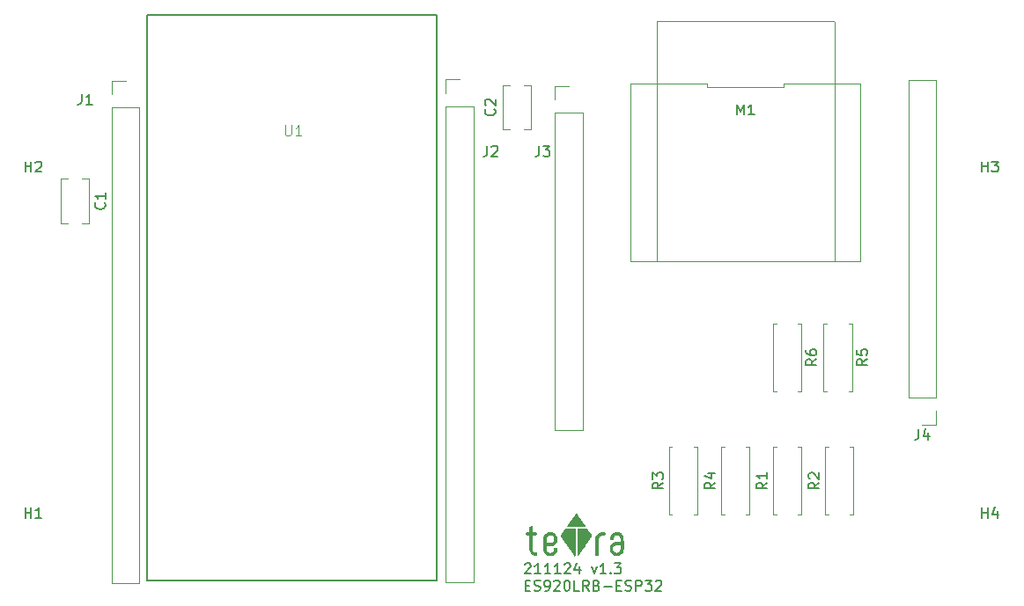
<source format=gto>
G04 #@! TF.GenerationSoftware,KiCad,Pcbnew,5.1.9-73d0e3b20d~88~ubuntu20.04.1*
G04 #@! TF.CreationDate,2021-11-24T20:30:52+09:00*
G04 #@! TF.ProjectId,ES920LRB-ESP32,45533932-304c-4524-922d-45535033322e,v1.4*
G04 #@! TF.SameCoordinates,Original*
G04 #@! TF.FileFunction,Legend,Top*
G04 #@! TF.FilePolarity,Positive*
%FSLAX46Y46*%
G04 Gerber Fmt 4.6, Leading zero omitted, Abs format (unit mm)*
G04 Created by KiCad (PCBNEW 5.1.9-73d0e3b20d~88~ubuntu20.04.1) date 2021-11-24 20:30:52*
%MOMM*%
%LPD*%
G01*
G04 APERTURE LIST*
%ADD10C,0.150000*%
%ADD11C,0.127000*%
%ADD12C,0.120000*%
%ADD13C,0.010000*%
%ADD14C,0.015000*%
G04 APERTURE END LIST*
D10*
X148287976Y-139722619D02*
X148335595Y-139675000D01*
X148430833Y-139627380D01*
X148668928Y-139627380D01*
X148764166Y-139675000D01*
X148811785Y-139722619D01*
X148859404Y-139817857D01*
X148859404Y-139913095D01*
X148811785Y-140055952D01*
X148240357Y-140627380D01*
X148859404Y-140627380D01*
X149811785Y-140627380D02*
X149240357Y-140627380D01*
X149526071Y-140627380D02*
X149526071Y-139627380D01*
X149430833Y-139770238D01*
X149335595Y-139865476D01*
X149240357Y-139913095D01*
X150764166Y-140627380D02*
X150192738Y-140627380D01*
X150478452Y-140627380D02*
X150478452Y-139627380D01*
X150383214Y-139770238D01*
X150287976Y-139865476D01*
X150192738Y-139913095D01*
X151716547Y-140627380D02*
X151145119Y-140627380D01*
X151430833Y-140627380D02*
X151430833Y-139627380D01*
X151335595Y-139770238D01*
X151240357Y-139865476D01*
X151145119Y-139913095D01*
X152097500Y-139722619D02*
X152145119Y-139675000D01*
X152240357Y-139627380D01*
X152478452Y-139627380D01*
X152573690Y-139675000D01*
X152621309Y-139722619D01*
X152668928Y-139817857D01*
X152668928Y-139913095D01*
X152621309Y-140055952D01*
X152049880Y-140627380D01*
X152668928Y-140627380D01*
X153526071Y-139960714D02*
X153526071Y-140627380D01*
X153287976Y-139579761D02*
X153049880Y-140294047D01*
X153668928Y-140294047D01*
X154716547Y-139960714D02*
X154954642Y-140627380D01*
X155192738Y-139960714D01*
X156097500Y-140627380D02*
X155526071Y-140627380D01*
X155811785Y-140627380D02*
X155811785Y-139627380D01*
X155716547Y-139770238D01*
X155621309Y-139865476D01*
X155526071Y-139913095D01*
X156526071Y-140532142D02*
X156573690Y-140579761D01*
X156526071Y-140627380D01*
X156478452Y-140579761D01*
X156526071Y-140532142D01*
X156526071Y-140627380D01*
X156907023Y-139627380D02*
X157526071Y-139627380D01*
X157192738Y-140008333D01*
X157335595Y-140008333D01*
X157430833Y-140055952D01*
X157478452Y-140103571D01*
X157526071Y-140198809D01*
X157526071Y-140436904D01*
X157478452Y-140532142D01*
X157430833Y-140579761D01*
X157335595Y-140627380D01*
X157049880Y-140627380D01*
X156954642Y-140579761D01*
X156907023Y-140532142D01*
X148335595Y-141753571D02*
X148668928Y-141753571D01*
X148811785Y-142277380D02*
X148335595Y-142277380D01*
X148335595Y-141277380D01*
X148811785Y-141277380D01*
X149192738Y-142229761D02*
X149335595Y-142277380D01*
X149573690Y-142277380D01*
X149668928Y-142229761D01*
X149716547Y-142182142D01*
X149764166Y-142086904D01*
X149764166Y-141991666D01*
X149716547Y-141896428D01*
X149668928Y-141848809D01*
X149573690Y-141801190D01*
X149383214Y-141753571D01*
X149287976Y-141705952D01*
X149240357Y-141658333D01*
X149192738Y-141563095D01*
X149192738Y-141467857D01*
X149240357Y-141372619D01*
X149287976Y-141325000D01*
X149383214Y-141277380D01*
X149621309Y-141277380D01*
X149764166Y-141325000D01*
X150240357Y-142277380D02*
X150430833Y-142277380D01*
X150526071Y-142229761D01*
X150573690Y-142182142D01*
X150668928Y-142039285D01*
X150716547Y-141848809D01*
X150716547Y-141467857D01*
X150668928Y-141372619D01*
X150621309Y-141325000D01*
X150526071Y-141277380D01*
X150335595Y-141277380D01*
X150240357Y-141325000D01*
X150192738Y-141372619D01*
X150145119Y-141467857D01*
X150145119Y-141705952D01*
X150192738Y-141801190D01*
X150240357Y-141848809D01*
X150335595Y-141896428D01*
X150526071Y-141896428D01*
X150621309Y-141848809D01*
X150668928Y-141801190D01*
X150716547Y-141705952D01*
X151097500Y-141372619D02*
X151145119Y-141325000D01*
X151240357Y-141277380D01*
X151478452Y-141277380D01*
X151573690Y-141325000D01*
X151621309Y-141372619D01*
X151668928Y-141467857D01*
X151668928Y-141563095D01*
X151621309Y-141705952D01*
X151049880Y-142277380D01*
X151668928Y-142277380D01*
X152287976Y-141277380D02*
X152383214Y-141277380D01*
X152478452Y-141325000D01*
X152526071Y-141372619D01*
X152573690Y-141467857D01*
X152621309Y-141658333D01*
X152621309Y-141896428D01*
X152573690Y-142086904D01*
X152526071Y-142182142D01*
X152478452Y-142229761D01*
X152383214Y-142277380D01*
X152287976Y-142277380D01*
X152192738Y-142229761D01*
X152145119Y-142182142D01*
X152097500Y-142086904D01*
X152049880Y-141896428D01*
X152049880Y-141658333D01*
X152097500Y-141467857D01*
X152145119Y-141372619D01*
X152192738Y-141325000D01*
X152287976Y-141277380D01*
X153526071Y-142277380D02*
X153049880Y-142277380D01*
X153049880Y-141277380D01*
X154430833Y-142277380D02*
X154097500Y-141801190D01*
X153859404Y-142277380D02*
X153859404Y-141277380D01*
X154240357Y-141277380D01*
X154335595Y-141325000D01*
X154383214Y-141372619D01*
X154430833Y-141467857D01*
X154430833Y-141610714D01*
X154383214Y-141705952D01*
X154335595Y-141753571D01*
X154240357Y-141801190D01*
X153859404Y-141801190D01*
X155192738Y-141753571D02*
X155335595Y-141801190D01*
X155383214Y-141848809D01*
X155430833Y-141944047D01*
X155430833Y-142086904D01*
X155383214Y-142182142D01*
X155335595Y-142229761D01*
X155240357Y-142277380D01*
X154859404Y-142277380D01*
X154859404Y-141277380D01*
X155192738Y-141277380D01*
X155287976Y-141325000D01*
X155335595Y-141372619D01*
X155383214Y-141467857D01*
X155383214Y-141563095D01*
X155335595Y-141658333D01*
X155287976Y-141705952D01*
X155192738Y-141753571D01*
X154859404Y-141753571D01*
X155859404Y-141896428D02*
X156621309Y-141896428D01*
X157097500Y-141753571D02*
X157430833Y-141753571D01*
X157573690Y-142277380D02*
X157097500Y-142277380D01*
X157097500Y-141277380D01*
X157573690Y-141277380D01*
X157954642Y-142229761D02*
X158097500Y-142277380D01*
X158335595Y-142277380D01*
X158430833Y-142229761D01*
X158478452Y-142182142D01*
X158526071Y-142086904D01*
X158526071Y-141991666D01*
X158478452Y-141896428D01*
X158430833Y-141848809D01*
X158335595Y-141801190D01*
X158145119Y-141753571D01*
X158049880Y-141705952D01*
X158002261Y-141658333D01*
X157954642Y-141563095D01*
X157954642Y-141467857D01*
X158002261Y-141372619D01*
X158049880Y-141325000D01*
X158145119Y-141277380D01*
X158383214Y-141277380D01*
X158526071Y-141325000D01*
X158954642Y-142277380D02*
X158954642Y-141277380D01*
X159335595Y-141277380D01*
X159430833Y-141325000D01*
X159478452Y-141372619D01*
X159526071Y-141467857D01*
X159526071Y-141610714D01*
X159478452Y-141705952D01*
X159430833Y-141753571D01*
X159335595Y-141801190D01*
X158954642Y-141801190D01*
X159859404Y-141277380D02*
X160478452Y-141277380D01*
X160145119Y-141658333D01*
X160287976Y-141658333D01*
X160383214Y-141705952D01*
X160430833Y-141753571D01*
X160478452Y-141848809D01*
X160478452Y-142086904D01*
X160430833Y-142182142D01*
X160383214Y-142229761D01*
X160287976Y-142277380D01*
X160002261Y-142277380D01*
X159907023Y-142229761D01*
X159859404Y-142182142D01*
X160859404Y-141372619D02*
X160907023Y-141325000D01*
X161002261Y-141277380D01*
X161240357Y-141277380D01*
X161335595Y-141325000D01*
X161383214Y-141372619D01*
X161430833Y-141467857D01*
X161430833Y-141563095D01*
X161383214Y-141705952D01*
X160811785Y-142277380D01*
X161430833Y-142277380D01*
D11*
G04 #@! TO.C,U1*
X111955000Y-141250000D02*
X111955000Y-86850000D01*
X111955000Y-86850000D02*
X139855000Y-86850000D01*
X139855000Y-86850000D02*
X139855000Y-141250000D01*
X139855000Y-141250000D02*
X111955000Y-141250000D01*
D12*
G04 #@! TO.C,M1*
X161000000Y-110550000D02*
X178000000Y-110550000D01*
X160950000Y-87500000D02*
X160950000Y-110500000D01*
X178000000Y-87450000D02*
X161000000Y-87450000D01*
X178050000Y-110500000D02*
X178050000Y-87500000D01*
X165816667Y-93430000D02*
X158450000Y-93430000D01*
X165816667Y-93790000D02*
X165816667Y-93430000D01*
X173183333Y-93790000D02*
X165816667Y-93790000D01*
X173183333Y-93430000D02*
X173183333Y-93790000D01*
X180550000Y-93430000D02*
X173183333Y-93430000D01*
X180550000Y-110570000D02*
X180550000Y-93430000D01*
X158450000Y-110570000D02*
X180550000Y-110570000D01*
X158450000Y-93430000D02*
X158450000Y-110570000D01*
G04 #@! TO.C,R6*
X174540000Y-116540000D02*
X174870000Y-116540000D01*
X174870000Y-116540000D02*
X174870000Y-123080000D01*
X174870000Y-123080000D02*
X174540000Y-123080000D01*
X172460000Y-116540000D02*
X172130000Y-116540000D01*
X172130000Y-116540000D02*
X172130000Y-123080000D01*
X172130000Y-123080000D02*
X172460000Y-123080000D01*
G04 #@! TO.C,R5*
X179420000Y-116540000D02*
X179750000Y-116540000D01*
X179750000Y-116540000D02*
X179750000Y-123080000D01*
X179750000Y-123080000D02*
X179420000Y-123080000D01*
X177340000Y-116540000D02*
X177010000Y-116540000D01*
X177010000Y-116540000D02*
X177010000Y-123080000D01*
X177010000Y-123080000D02*
X177340000Y-123080000D01*
G04 #@! TO.C,R4*
X167460000Y-134960000D02*
X167130000Y-134960000D01*
X167130000Y-134960000D02*
X167130000Y-128420000D01*
X167130000Y-128420000D02*
X167460000Y-128420000D01*
X169540000Y-134960000D02*
X169870000Y-134960000D01*
X169870000Y-134960000D02*
X169870000Y-128420000D01*
X169870000Y-128420000D02*
X169540000Y-128420000D01*
G04 #@! TO.C,R3*
X162460000Y-134960000D02*
X162130000Y-134960000D01*
X162130000Y-134960000D02*
X162130000Y-128420000D01*
X162130000Y-128420000D02*
X162460000Y-128420000D01*
X164540000Y-134960000D02*
X164870000Y-134960000D01*
X164870000Y-134960000D02*
X164870000Y-128420000D01*
X164870000Y-128420000D02*
X164540000Y-128420000D01*
G04 #@! TO.C,R2*
X177460000Y-134960000D02*
X177130000Y-134960000D01*
X177130000Y-134960000D02*
X177130000Y-128420000D01*
X177130000Y-128420000D02*
X177460000Y-128420000D01*
X179540000Y-134960000D02*
X179870000Y-134960000D01*
X179870000Y-134960000D02*
X179870000Y-128420000D01*
X179870000Y-128420000D02*
X179540000Y-128420000D01*
G04 #@! TO.C,R1*
X172460000Y-134960000D02*
X172130000Y-134960000D01*
X172130000Y-134960000D02*
X172130000Y-128420000D01*
X172130000Y-128420000D02*
X172460000Y-128420000D01*
X174540000Y-134960000D02*
X174870000Y-134960000D01*
X174870000Y-134960000D02*
X174870000Y-128420000D01*
X174870000Y-128420000D02*
X174540000Y-128420000D01*
D13*
G04 #@! TO.C,L1*
G36*
X153047305Y-136300789D02*
G01*
X153067733Y-136324544D01*
X153067733Y-137602539D01*
X153067691Y-137748223D01*
X153067566Y-137889221D01*
X153067365Y-138024612D01*
X153067091Y-138153471D01*
X153066750Y-138274878D01*
X153066345Y-138387908D01*
X153065883Y-138491639D01*
X153065366Y-138585149D01*
X153064801Y-138667515D01*
X153064192Y-138737815D01*
X153063544Y-138795126D01*
X153062860Y-138838524D01*
X153062147Y-138867089D01*
X153061409Y-138879896D01*
X153061202Y-138880533D01*
X153055705Y-138873683D01*
X153041207Y-138853675D01*
X153018271Y-138821323D01*
X152987463Y-138777442D01*
X152949347Y-138722847D01*
X152904488Y-138658351D01*
X152853449Y-138584769D01*
X152796797Y-138502915D01*
X152735096Y-138413604D01*
X152668909Y-138317650D01*
X152598803Y-138215868D01*
X152525341Y-138109071D01*
X152449088Y-137998074D01*
X152422264Y-137958996D01*
X152345010Y-137846345D01*
X152270332Y-137737300D01*
X152198800Y-137632702D01*
X152130984Y-137533390D01*
X152067454Y-137440204D01*
X152008781Y-137353983D01*
X151955533Y-137275568D01*
X151908282Y-137205797D01*
X151867597Y-137145512D01*
X151834049Y-137095552D01*
X151808207Y-137056756D01*
X151790641Y-137029965D01*
X151781922Y-137016018D01*
X151781096Y-137014411D01*
X151773435Y-136976718D01*
X151774414Y-136933014D01*
X151783553Y-136891550D01*
X151789033Y-136878167D01*
X151797379Y-136863896D01*
X151814310Y-136837453D01*
X151838689Y-136800528D01*
X151869379Y-136754812D01*
X151905241Y-136701996D01*
X151945138Y-136643770D01*
X151987933Y-136581827D01*
X152002630Y-136560667D01*
X152199900Y-136277033D01*
X153026877Y-136277033D01*
X153047305Y-136300789D01*
G37*
X153047305Y-136300789D02*
X153067733Y-136324544D01*
X153067733Y-137602539D01*
X153067691Y-137748223D01*
X153067566Y-137889221D01*
X153067365Y-138024612D01*
X153067091Y-138153471D01*
X153066750Y-138274878D01*
X153066345Y-138387908D01*
X153065883Y-138491639D01*
X153065366Y-138585149D01*
X153064801Y-138667515D01*
X153064192Y-138737815D01*
X153063544Y-138795126D01*
X153062860Y-138838524D01*
X153062147Y-138867089D01*
X153061409Y-138879896D01*
X153061202Y-138880533D01*
X153055705Y-138873683D01*
X153041207Y-138853675D01*
X153018271Y-138821323D01*
X152987463Y-138777442D01*
X152949347Y-138722847D01*
X152904488Y-138658351D01*
X152853449Y-138584769D01*
X152796797Y-138502915D01*
X152735096Y-138413604D01*
X152668909Y-138317650D01*
X152598803Y-138215868D01*
X152525341Y-138109071D01*
X152449088Y-137998074D01*
X152422264Y-137958996D01*
X152345010Y-137846345D01*
X152270332Y-137737300D01*
X152198800Y-137632702D01*
X152130984Y-137533390D01*
X152067454Y-137440204D01*
X152008781Y-137353983D01*
X151955533Y-137275568D01*
X151908282Y-137205797D01*
X151867597Y-137145512D01*
X151834049Y-137095552D01*
X151808207Y-137056756D01*
X151790641Y-137029965D01*
X151781922Y-137016018D01*
X151781096Y-137014411D01*
X151773435Y-136976718D01*
X151774414Y-136933014D01*
X151783553Y-136891550D01*
X151789033Y-136878167D01*
X151797379Y-136863896D01*
X151814310Y-136837453D01*
X151838689Y-136800528D01*
X151869379Y-136754812D01*
X151905241Y-136701996D01*
X151945138Y-136643770D01*
X151987933Y-136581827D01*
X152002630Y-136560667D01*
X152199900Y-136277033D01*
X153026877Y-136277033D01*
X153047305Y-136300789D01*
G36*
X150781133Y-136626490D02*
G01*
X150877357Y-136644897D01*
X150968175Y-136677208D01*
X151052191Y-136722888D01*
X151128008Y-136781401D01*
X151194232Y-136852214D01*
X151249466Y-136934790D01*
X151264207Y-136962833D01*
X151298553Y-137044889D01*
X151321082Y-137129750D01*
X151332713Y-137221656D01*
X151334867Y-137288800D01*
X151332801Y-137361691D01*
X151325659Y-137423872D01*
X151312148Y-137481141D01*
X151290973Y-137539293D01*
X151267465Y-137590716D01*
X151217187Y-137675012D01*
X151154365Y-137748447D01*
X151080074Y-137810222D01*
X150995392Y-137859539D01*
X150901392Y-137895598D01*
X150835357Y-137911635D01*
X150806541Y-137915870D01*
X150768585Y-137919124D01*
X150719774Y-137921468D01*
X150658395Y-137922971D01*
X150582732Y-137923702D01*
X150535455Y-137923800D01*
X150299133Y-137923800D01*
X150299429Y-138074083D01*
X150301158Y-138164577D01*
X150306352Y-138241047D01*
X150315599Y-138306158D01*
X150329490Y-138362572D01*
X150348612Y-138412955D01*
X150373555Y-138459970D01*
X150390567Y-138486231D01*
X150422139Y-138522045D01*
X150465010Y-138556802D01*
X150513765Y-138586729D01*
X150562990Y-138608056D01*
X150567534Y-138609509D01*
X150628009Y-138622383D01*
X150694612Y-138626926D01*
X150760649Y-138623149D01*
X150819428Y-138611065D01*
X150825748Y-138609033D01*
X150896301Y-138576665D01*
X150957274Y-138530736D01*
X151007972Y-138472102D01*
X151047698Y-138401617D01*
X151075757Y-138320137D01*
X151081613Y-138294573D01*
X151088165Y-138258850D01*
X151092936Y-138225619D01*
X151094981Y-138201559D01*
X151095000Y-138199928D01*
X151096786Y-138177501D01*
X151103824Y-138161917D01*
X151118632Y-138151978D01*
X151143731Y-138146481D01*
X151181639Y-138144228D01*
X151212520Y-138143933D01*
X151260538Y-138144338D01*
X151294031Y-138146904D01*
X151315410Y-138153653D01*
X151327082Y-138166612D01*
X151331456Y-138187805D01*
X151330940Y-138219255D01*
X151329408Y-138242178D01*
X151314560Y-138348646D01*
X151286105Y-138449868D01*
X151244992Y-138543870D01*
X151192167Y-138628674D01*
X151128577Y-138702306D01*
X151093810Y-138733680D01*
X151048972Y-138765692D01*
X150994012Y-138797281D01*
X150935493Y-138825125D01*
X150879977Y-138845902D01*
X150862167Y-138850967D01*
X150818072Y-138859185D01*
X150763519Y-138864931D01*
X150704842Y-138867919D01*
X150648375Y-138867861D01*
X150600451Y-138864472D01*
X150591472Y-138863217D01*
X150491591Y-138839445D01*
X150399991Y-138801200D01*
X150317416Y-138749174D01*
X150244613Y-138684058D01*
X150182326Y-138606543D01*
X150131301Y-138517322D01*
X150092284Y-138417085D01*
X150085406Y-138393700D01*
X150081707Y-138380085D01*
X150078527Y-138366932D01*
X150075826Y-138352909D01*
X150073565Y-138336681D01*
X150071704Y-138316914D01*
X150070204Y-138292276D01*
X150069025Y-138261433D01*
X150068128Y-138223050D01*
X150067472Y-138175794D01*
X150067020Y-138118332D01*
X150066730Y-138049330D01*
X150066563Y-137967453D01*
X150066480Y-137871370D01*
X150066441Y-137759745D01*
X150066440Y-137754466D01*
X150066430Y-137686733D01*
X150297419Y-137686733D01*
X150513431Y-137686733D01*
X150596936Y-137686290D01*
X150665101Y-137684916D01*
X150719496Y-137682542D01*
X150761691Y-137679101D01*
X150792847Y-137674602D01*
X150871938Y-137651963D01*
X150939965Y-137616554D01*
X150996660Y-137568617D01*
X151041756Y-137508396D01*
X151074986Y-137436131D01*
X151082547Y-137412326D01*
X151091477Y-137364431D01*
X151094839Y-137306403D01*
X151092908Y-137243999D01*
X151085964Y-137182978D01*
X151074283Y-137129099D01*
X151067953Y-137109772D01*
X151032647Y-137037532D01*
X150985193Y-136975926D01*
X150926932Y-136926350D01*
X150859207Y-136890203D01*
X150855556Y-136888757D01*
X150812760Y-136876935D01*
X150759488Y-136869341D01*
X150701721Y-136866214D01*
X150645440Y-136867791D01*
X150596626Y-136874309D01*
X150582116Y-136877887D01*
X150508879Y-136905972D01*
X150447350Y-136945027D01*
X150396630Y-136996002D01*
X150355820Y-137059844D01*
X150324022Y-137137500D01*
X150318244Y-137156201D01*
X150314041Y-137175095D01*
X150310562Y-137201610D01*
X150307706Y-137237507D01*
X150305368Y-137284549D01*
X150303445Y-137344497D01*
X150301834Y-137419114D01*
X150301418Y-137443317D01*
X150297419Y-137686733D01*
X150066430Y-137686733D01*
X150066423Y-137642092D01*
X150066458Y-137545304D01*
X150066584Y-137462755D01*
X150066840Y-137393099D01*
X150067264Y-137334987D01*
X150067895Y-137287074D01*
X150068774Y-137248012D01*
X150069938Y-137216454D01*
X150071426Y-137191054D01*
X150073278Y-137170463D01*
X150075533Y-137153335D01*
X150078229Y-137138324D01*
X150081405Y-137124081D01*
X150085101Y-137109261D01*
X150085109Y-137109228D01*
X150118797Y-137006175D01*
X150164219Y-136913973D01*
X150220743Y-136833357D01*
X150287733Y-136765057D01*
X150364556Y-136709807D01*
X150450577Y-136668338D01*
X150473976Y-136660035D01*
X150578046Y-136633523D01*
X150680897Y-136622520D01*
X150781133Y-136626490D01*
G37*
X150781133Y-136626490D02*
X150877357Y-136644897D01*
X150968175Y-136677208D01*
X151052191Y-136722888D01*
X151128008Y-136781401D01*
X151194232Y-136852214D01*
X151249466Y-136934790D01*
X151264207Y-136962833D01*
X151298553Y-137044889D01*
X151321082Y-137129750D01*
X151332713Y-137221656D01*
X151334867Y-137288800D01*
X151332801Y-137361691D01*
X151325659Y-137423872D01*
X151312148Y-137481141D01*
X151290973Y-137539293D01*
X151267465Y-137590716D01*
X151217187Y-137675012D01*
X151154365Y-137748447D01*
X151080074Y-137810222D01*
X150995392Y-137859539D01*
X150901392Y-137895598D01*
X150835357Y-137911635D01*
X150806541Y-137915870D01*
X150768585Y-137919124D01*
X150719774Y-137921468D01*
X150658395Y-137922971D01*
X150582732Y-137923702D01*
X150535455Y-137923800D01*
X150299133Y-137923800D01*
X150299429Y-138074083D01*
X150301158Y-138164577D01*
X150306352Y-138241047D01*
X150315599Y-138306158D01*
X150329490Y-138362572D01*
X150348612Y-138412955D01*
X150373555Y-138459970D01*
X150390567Y-138486231D01*
X150422139Y-138522045D01*
X150465010Y-138556802D01*
X150513765Y-138586729D01*
X150562990Y-138608056D01*
X150567534Y-138609509D01*
X150628009Y-138622383D01*
X150694612Y-138626926D01*
X150760649Y-138623149D01*
X150819428Y-138611065D01*
X150825748Y-138609033D01*
X150896301Y-138576665D01*
X150957274Y-138530736D01*
X151007972Y-138472102D01*
X151047698Y-138401617D01*
X151075757Y-138320137D01*
X151081613Y-138294573D01*
X151088165Y-138258850D01*
X151092936Y-138225619D01*
X151094981Y-138201559D01*
X151095000Y-138199928D01*
X151096786Y-138177501D01*
X151103824Y-138161917D01*
X151118632Y-138151978D01*
X151143731Y-138146481D01*
X151181639Y-138144228D01*
X151212520Y-138143933D01*
X151260538Y-138144338D01*
X151294031Y-138146904D01*
X151315410Y-138153653D01*
X151327082Y-138166612D01*
X151331456Y-138187805D01*
X151330940Y-138219255D01*
X151329408Y-138242178D01*
X151314560Y-138348646D01*
X151286105Y-138449868D01*
X151244992Y-138543870D01*
X151192167Y-138628674D01*
X151128577Y-138702306D01*
X151093810Y-138733680D01*
X151048972Y-138765692D01*
X150994012Y-138797281D01*
X150935493Y-138825125D01*
X150879977Y-138845902D01*
X150862167Y-138850967D01*
X150818072Y-138859185D01*
X150763519Y-138864931D01*
X150704842Y-138867919D01*
X150648375Y-138867861D01*
X150600451Y-138864472D01*
X150591472Y-138863217D01*
X150491591Y-138839445D01*
X150399991Y-138801200D01*
X150317416Y-138749174D01*
X150244613Y-138684058D01*
X150182326Y-138606543D01*
X150131301Y-138517322D01*
X150092284Y-138417085D01*
X150085406Y-138393700D01*
X150081707Y-138380085D01*
X150078527Y-138366932D01*
X150075826Y-138352909D01*
X150073565Y-138336681D01*
X150071704Y-138316914D01*
X150070204Y-138292276D01*
X150069025Y-138261433D01*
X150068128Y-138223050D01*
X150067472Y-138175794D01*
X150067020Y-138118332D01*
X150066730Y-138049330D01*
X150066563Y-137967453D01*
X150066480Y-137871370D01*
X150066441Y-137759745D01*
X150066440Y-137754466D01*
X150066430Y-137686733D01*
X150297419Y-137686733D01*
X150513431Y-137686733D01*
X150596936Y-137686290D01*
X150665101Y-137684916D01*
X150719496Y-137682542D01*
X150761691Y-137679101D01*
X150792847Y-137674602D01*
X150871938Y-137651963D01*
X150939965Y-137616554D01*
X150996660Y-137568617D01*
X151041756Y-137508396D01*
X151074986Y-137436131D01*
X151082547Y-137412326D01*
X151091477Y-137364431D01*
X151094839Y-137306403D01*
X151092908Y-137243999D01*
X151085964Y-137182978D01*
X151074283Y-137129099D01*
X151067953Y-137109772D01*
X151032647Y-137037532D01*
X150985193Y-136975926D01*
X150926932Y-136926350D01*
X150859207Y-136890203D01*
X150855556Y-136888757D01*
X150812760Y-136876935D01*
X150759488Y-136869341D01*
X150701721Y-136866214D01*
X150645440Y-136867791D01*
X150596626Y-136874309D01*
X150582116Y-136877887D01*
X150508879Y-136905972D01*
X150447350Y-136945027D01*
X150396630Y-136996002D01*
X150355820Y-137059844D01*
X150324022Y-137137500D01*
X150318244Y-137156201D01*
X150314041Y-137175095D01*
X150310562Y-137201610D01*
X150307706Y-137237507D01*
X150305368Y-137284549D01*
X150303445Y-137344497D01*
X150301834Y-137419114D01*
X150301418Y-137443317D01*
X150297419Y-137686733D01*
X150066430Y-137686733D01*
X150066423Y-137642092D01*
X150066458Y-137545304D01*
X150066584Y-137462755D01*
X150066840Y-137393099D01*
X150067264Y-137334987D01*
X150067895Y-137287074D01*
X150068774Y-137248012D01*
X150069938Y-137216454D01*
X150071426Y-137191054D01*
X150073278Y-137170463D01*
X150075533Y-137153335D01*
X150078229Y-137138324D01*
X150081405Y-137124081D01*
X150085101Y-137109261D01*
X150085109Y-137109228D01*
X150118797Y-137006175D01*
X150164219Y-136913973D01*
X150220743Y-136833357D01*
X150287733Y-136765057D01*
X150364556Y-136709807D01*
X150450577Y-136668338D01*
X150473976Y-136660035D01*
X150578046Y-136633523D01*
X150680897Y-136622520D01*
X150781133Y-136626490D01*
G36*
X154409899Y-136562126D02*
G01*
X154452895Y-136624332D01*
X154493309Y-136683051D01*
X154530016Y-136736632D01*
X154561894Y-136783424D01*
X154587820Y-136821777D01*
X154606669Y-136850041D01*
X154617320Y-136866565D01*
X154618779Y-136869043D01*
X154635476Y-136915475D01*
X154638507Y-136965549D01*
X154632318Y-136998374D01*
X154626532Y-137008826D01*
X154611926Y-137032054D01*
X154589176Y-137067066D01*
X154558960Y-137112871D01*
X154521955Y-137168478D01*
X154478836Y-137232894D01*
X154430282Y-137305128D01*
X154376968Y-137384189D01*
X154319572Y-137469085D01*
X154258770Y-137558824D01*
X154195239Y-137652415D01*
X154129656Y-137748866D01*
X154062698Y-137847186D01*
X153995042Y-137946383D01*
X153927364Y-138045465D01*
X153860342Y-138143442D01*
X153794651Y-138239320D01*
X153730970Y-138332110D01*
X153669974Y-138420818D01*
X153612340Y-138504455D01*
X153558746Y-138582027D01*
X153509868Y-138652544D01*
X153466383Y-138715013D01*
X153428968Y-138768444D01*
X153398299Y-138811845D01*
X153375053Y-138844223D01*
X153359908Y-138864589D01*
X153353540Y-138871949D01*
X153353483Y-138871959D01*
X153352754Y-138863660D01*
X153352049Y-138839356D01*
X153351372Y-138799977D01*
X153350728Y-138746451D01*
X153350122Y-138679709D01*
X153349558Y-138600677D01*
X153349041Y-138510287D01*
X153348576Y-138409466D01*
X153348168Y-138299143D01*
X153347820Y-138180248D01*
X153347538Y-138053709D01*
X153347327Y-137920456D01*
X153347191Y-137781417D01*
X153347134Y-137637522D01*
X153347133Y-137611797D01*
X153347177Y-137423287D01*
X153347309Y-137251293D01*
X153347534Y-137095399D01*
X153347854Y-136955187D01*
X153348272Y-136830242D01*
X153348792Y-136720145D01*
X153349415Y-136624481D01*
X153350146Y-136542832D01*
X153350988Y-136474781D01*
X153351942Y-136419913D01*
X153353014Y-136377809D01*
X153354204Y-136348053D01*
X153355517Y-136330229D01*
X153356490Y-136324685D01*
X153367488Y-136303519D01*
X153381030Y-136289721D01*
X153381334Y-136289554D01*
X153393472Y-136287604D01*
X153421529Y-136285878D01*
X153464493Y-136284395D01*
X153521349Y-136283176D01*
X153591086Y-136282240D01*
X153672689Y-136281606D01*
X153765147Y-136281296D01*
X153806092Y-136281267D01*
X154215364Y-136281267D01*
X154409899Y-136562126D01*
G37*
X154409899Y-136562126D02*
X154452895Y-136624332D01*
X154493309Y-136683051D01*
X154530016Y-136736632D01*
X154561894Y-136783424D01*
X154587820Y-136821777D01*
X154606669Y-136850041D01*
X154617320Y-136866565D01*
X154618779Y-136869043D01*
X154635476Y-136915475D01*
X154638507Y-136965549D01*
X154632318Y-136998374D01*
X154626532Y-137008826D01*
X154611926Y-137032054D01*
X154589176Y-137067066D01*
X154558960Y-137112871D01*
X154521955Y-137168478D01*
X154478836Y-137232894D01*
X154430282Y-137305128D01*
X154376968Y-137384189D01*
X154319572Y-137469085D01*
X154258770Y-137558824D01*
X154195239Y-137652415D01*
X154129656Y-137748866D01*
X154062698Y-137847186D01*
X153995042Y-137946383D01*
X153927364Y-138045465D01*
X153860342Y-138143442D01*
X153794651Y-138239320D01*
X153730970Y-138332110D01*
X153669974Y-138420818D01*
X153612340Y-138504455D01*
X153558746Y-138582027D01*
X153509868Y-138652544D01*
X153466383Y-138715013D01*
X153428968Y-138768444D01*
X153398299Y-138811845D01*
X153375053Y-138844223D01*
X153359908Y-138864589D01*
X153353540Y-138871949D01*
X153353483Y-138871959D01*
X153352754Y-138863660D01*
X153352049Y-138839356D01*
X153351372Y-138799977D01*
X153350728Y-138746451D01*
X153350122Y-138679709D01*
X153349558Y-138600677D01*
X153349041Y-138510287D01*
X153348576Y-138409466D01*
X153348168Y-138299143D01*
X153347820Y-138180248D01*
X153347538Y-138053709D01*
X153347327Y-137920456D01*
X153347191Y-137781417D01*
X153347134Y-137637522D01*
X153347133Y-137611797D01*
X153347177Y-137423287D01*
X153347309Y-137251293D01*
X153347534Y-137095399D01*
X153347854Y-136955187D01*
X153348272Y-136830242D01*
X153348792Y-136720145D01*
X153349415Y-136624481D01*
X153350146Y-136542832D01*
X153350988Y-136474781D01*
X153351942Y-136419913D01*
X153353014Y-136377809D01*
X153354204Y-136348053D01*
X153355517Y-136330229D01*
X153356490Y-136324685D01*
X153367488Y-136303519D01*
X153381030Y-136289721D01*
X153381334Y-136289554D01*
X153393472Y-136287604D01*
X153421529Y-136285878D01*
X153464493Y-136284395D01*
X153521349Y-136283176D01*
X153591086Y-136282240D01*
X153672689Y-136281606D01*
X153765147Y-136281296D01*
X153806092Y-136281267D01*
X154215364Y-136281267D01*
X154409899Y-136562126D01*
G36*
X157097867Y-136624790D02*
G01*
X157149836Y-136625112D01*
X157188916Y-136626215D01*
X157219149Y-136628560D01*
X157244577Y-136632609D01*
X157269240Y-136638826D01*
X157296833Y-136647557D01*
X157391341Y-136687263D01*
X157474708Y-136739687D01*
X157546970Y-136804864D01*
X157608161Y-136882833D01*
X157658318Y-136973631D01*
X157696217Y-137073215D01*
X157719804Y-137149100D01*
X157722498Y-137706096D01*
X157723002Y-137820250D01*
X157723315Y-137918825D01*
X157723414Y-138003175D01*
X157723276Y-138074653D01*
X157722879Y-138134612D01*
X157722200Y-138184407D01*
X157721217Y-138225391D01*
X157719906Y-138258918D01*
X157718246Y-138286341D01*
X157716212Y-138309013D01*
X157713784Y-138328289D01*
X157711883Y-138340218D01*
X157686637Y-138441823D01*
X157647873Y-138535480D01*
X157596610Y-138619958D01*
X157533867Y-138694025D01*
X157460662Y-138756451D01*
X157378012Y-138806004D01*
X157301067Y-138837091D01*
X157198977Y-138861417D01*
X157093567Y-138870265D01*
X156988985Y-138863292D01*
X156987800Y-138863118D01*
X156889698Y-138840484D01*
X156797888Y-138803140D01*
X156714002Y-138752259D01*
X156639675Y-138689018D01*
X156576542Y-138614592D01*
X156527028Y-138531773D01*
X156499278Y-138470379D01*
X156479410Y-138413472D01*
X156465514Y-138354289D01*
X156455682Y-138286069D01*
X156454421Y-138274463D01*
X156452822Y-138235699D01*
X156686093Y-138235699D01*
X156686673Y-138242916D01*
X156701295Y-138330694D01*
X156728292Y-138409016D01*
X156766926Y-138476892D01*
X156816459Y-138533330D01*
X156876152Y-138577340D01*
X156945267Y-138607931D01*
X156962400Y-138612960D01*
X157015545Y-138622466D01*
X157076741Y-138625994D01*
X157139095Y-138623636D01*
X157195712Y-138615485D01*
X157218961Y-138609501D01*
X157255619Y-138595689D01*
X157292818Y-138577770D01*
X157315102Y-138564454D01*
X157356324Y-138529272D01*
X157396071Y-138482846D01*
X157430220Y-138430655D01*
X157454037Y-138379861D01*
X157459667Y-138363709D01*
X157464150Y-138348000D01*
X157467646Y-138330554D01*
X157470316Y-138309190D01*
X157472321Y-138281727D01*
X157473822Y-138245985D01*
X157474978Y-138199783D01*
X157475951Y-138140940D01*
X157476870Y-138069850D01*
X157479984Y-137813733D01*
X157248371Y-137813733D01*
X157169911Y-137813974D01*
X157106008Y-137814897D01*
X157054289Y-137816804D01*
X157012380Y-137819997D01*
X156977910Y-137824778D01*
X156948505Y-137831448D01*
X156921792Y-137840310D01*
X156895399Y-137851664D01*
X156876231Y-137861061D01*
X156818249Y-137899640D01*
X156769227Y-137950901D01*
X156730332Y-138012490D01*
X156702733Y-138082055D01*
X156687598Y-138157242D01*
X156686093Y-138235699D01*
X156452822Y-138235699D01*
X156450994Y-138191403D01*
X156456931Y-138105999D01*
X156471597Y-138026010D01*
X156476114Y-138009281D01*
X156507604Y-137927420D01*
X156552740Y-137848785D01*
X156608999Y-137776430D01*
X156673858Y-137713415D01*
X156744793Y-137662795D01*
X156776133Y-137645798D01*
X156815220Y-137627216D01*
X156850805Y-137612142D01*
X156885353Y-137600170D01*
X156921325Y-137590897D01*
X156961185Y-137583919D01*
X157007397Y-137578830D01*
X157062424Y-137575227D01*
X157128728Y-137572705D01*
X157208772Y-137570860D01*
X157235450Y-137570384D01*
X157487333Y-137566091D01*
X157487333Y-137407023D01*
X157486349Y-137325522D01*
X157483111Y-137257980D01*
X157477195Y-137201524D01*
X157468174Y-137153277D01*
X157455622Y-137110367D01*
X157439115Y-137069918D01*
X157436605Y-137064583D01*
X157397052Y-137000591D01*
X157345578Y-136947111D01*
X157284330Y-136905231D01*
X157215455Y-136876041D01*
X157141101Y-136860629D01*
X157063416Y-136860085D01*
X157039181Y-136863076D01*
X156962868Y-136882629D01*
X156896213Y-136915938D01*
X156839590Y-136962596D01*
X156793374Y-137022195D01*
X156757938Y-137094330D01*
X156733657Y-137178594D01*
X156729789Y-137199070D01*
X156722975Y-137233993D01*
X156715818Y-137263160D01*
X156709491Y-137282042D01*
X156707332Y-137285853D01*
X156695218Y-137290564D01*
X156670466Y-137294112D01*
X156637335Y-137296434D01*
X156600085Y-137297466D01*
X156562977Y-137297145D01*
X156530268Y-137295408D01*
X156506220Y-137292192D01*
X156496733Y-137288973D01*
X156488338Y-137274394D01*
X156485317Y-137246792D01*
X156487179Y-137209028D01*
X156493430Y-137163966D01*
X156503580Y-137114466D01*
X156517137Y-137063391D01*
X156533610Y-137013604D01*
X156551513Y-136970101D01*
X156601158Y-136879276D01*
X156660035Y-136802392D01*
X156728953Y-136738698D01*
X156808723Y-136687444D01*
X156898981Y-136648289D01*
X156926270Y-136639134D01*
X156949835Y-136632699D01*
X156973647Y-136628515D01*
X157001675Y-136626113D01*
X157037891Y-136625024D01*
X157086266Y-136624778D01*
X157097867Y-136624790D01*
G37*
X157097867Y-136624790D02*
X157149836Y-136625112D01*
X157188916Y-136626215D01*
X157219149Y-136628560D01*
X157244577Y-136632609D01*
X157269240Y-136638826D01*
X157296833Y-136647557D01*
X157391341Y-136687263D01*
X157474708Y-136739687D01*
X157546970Y-136804864D01*
X157608161Y-136882833D01*
X157658318Y-136973631D01*
X157696217Y-137073215D01*
X157719804Y-137149100D01*
X157722498Y-137706096D01*
X157723002Y-137820250D01*
X157723315Y-137918825D01*
X157723414Y-138003175D01*
X157723276Y-138074653D01*
X157722879Y-138134612D01*
X157722200Y-138184407D01*
X157721217Y-138225391D01*
X157719906Y-138258918D01*
X157718246Y-138286341D01*
X157716212Y-138309013D01*
X157713784Y-138328289D01*
X157711883Y-138340218D01*
X157686637Y-138441823D01*
X157647873Y-138535480D01*
X157596610Y-138619958D01*
X157533867Y-138694025D01*
X157460662Y-138756451D01*
X157378012Y-138806004D01*
X157301067Y-138837091D01*
X157198977Y-138861417D01*
X157093567Y-138870265D01*
X156988985Y-138863292D01*
X156987800Y-138863118D01*
X156889698Y-138840484D01*
X156797888Y-138803140D01*
X156714002Y-138752259D01*
X156639675Y-138689018D01*
X156576542Y-138614592D01*
X156527028Y-138531773D01*
X156499278Y-138470379D01*
X156479410Y-138413472D01*
X156465514Y-138354289D01*
X156455682Y-138286069D01*
X156454421Y-138274463D01*
X156452822Y-138235699D01*
X156686093Y-138235699D01*
X156686673Y-138242916D01*
X156701295Y-138330694D01*
X156728292Y-138409016D01*
X156766926Y-138476892D01*
X156816459Y-138533330D01*
X156876152Y-138577340D01*
X156945267Y-138607931D01*
X156962400Y-138612960D01*
X157015545Y-138622466D01*
X157076741Y-138625994D01*
X157139095Y-138623636D01*
X157195712Y-138615485D01*
X157218961Y-138609501D01*
X157255619Y-138595689D01*
X157292818Y-138577770D01*
X157315102Y-138564454D01*
X157356324Y-138529272D01*
X157396071Y-138482846D01*
X157430220Y-138430655D01*
X157454037Y-138379861D01*
X157459667Y-138363709D01*
X157464150Y-138348000D01*
X157467646Y-138330554D01*
X157470316Y-138309190D01*
X157472321Y-138281727D01*
X157473822Y-138245985D01*
X157474978Y-138199783D01*
X157475951Y-138140940D01*
X157476870Y-138069850D01*
X157479984Y-137813733D01*
X157248371Y-137813733D01*
X157169911Y-137813974D01*
X157106008Y-137814897D01*
X157054289Y-137816804D01*
X157012380Y-137819997D01*
X156977910Y-137824778D01*
X156948505Y-137831448D01*
X156921792Y-137840310D01*
X156895399Y-137851664D01*
X156876231Y-137861061D01*
X156818249Y-137899640D01*
X156769227Y-137950901D01*
X156730332Y-138012490D01*
X156702733Y-138082055D01*
X156687598Y-138157242D01*
X156686093Y-138235699D01*
X156452822Y-138235699D01*
X156450994Y-138191403D01*
X156456931Y-138105999D01*
X156471597Y-138026010D01*
X156476114Y-138009281D01*
X156507604Y-137927420D01*
X156552740Y-137848785D01*
X156608999Y-137776430D01*
X156673858Y-137713415D01*
X156744793Y-137662795D01*
X156776133Y-137645798D01*
X156815220Y-137627216D01*
X156850805Y-137612142D01*
X156885353Y-137600170D01*
X156921325Y-137590897D01*
X156961185Y-137583919D01*
X157007397Y-137578830D01*
X157062424Y-137575227D01*
X157128728Y-137572705D01*
X157208772Y-137570860D01*
X157235450Y-137570384D01*
X157487333Y-137566091D01*
X157487333Y-137407023D01*
X157486349Y-137325522D01*
X157483111Y-137257980D01*
X157477195Y-137201524D01*
X157468174Y-137153277D01*
X157455622Y-137110367D01*
X157439115Y-137069918D01*
X157436605Y-137064583D01*
X157397052Y-137000591D01*
X157345578Y-136947111D01*
X157284330Y-136905231D01*
X157215455Y-136876041D01*
X157141101Y-136860629D01*
X157063416Y-136860085D01*
X157039181Y-136863076D01*
X156962868Y-136882629D01*
X156896213Y-136915938D01*
X156839590Y-136962596D01*
X156793374Y-137022195D01*
X156757938Y-137094330D01*
X156733657Y-137178594D01*
X156729789Y-137199070D01*
X156722975Y-137233993D01*
X156715818Y-137263160D01*
X156709491Y-137282042D01*
X156707332Y-137285853D01*
X156695218Y-137290564D01*
X156670466Y-137294112D01*
X156637335Y-137296434D01*
X156600085Y-137297466D01*
X156562977Y-137297145D01*
X156530268Y-137295408D01*
X156506220Y-137292192D01*
X156496733Y-137288973D01*
X156488338Y-137274394D01*
X156485317Y-137246792D01*
X156487179Y-137209028D01*
X156493430Y-137163966D01*
X156503580Y-137114466D01*
X156517137Y-137063391D01*
X156533610Y-137013604D01*
X156551513Y-136970101D01*
X156601158Y-136879276D01*
X156660035Y-136802392D01*
X156728953Y-136738698D01*
X156808723Y-136687444D01*
X156898981Y-136648289D01*
X156926270Y-136639134D01*
X156949835Y-136632699D01*
X156973647Y-136628515D01*
X157001675Y-136626113D01*
X157037891Y-136625024D01*
X157086266Y-136624778D01*
X157097867Y-136624790D01*
G36*
X148924345Y-136048803D02*
G01*
X148925712Y-136049583D01*
X148929592Y-136053243D01*
X148932748Y-136059955D01*
X148935272Y-136071398D01*
X148937256Y-136089250D01*
X148938791Y-136115192D01*
X148939970Y-136150901D01*
X148940884Y-136198057D01*
X148941625Y-136258339D01*
X148942284Y-136333425D01*
X148942458Y-136356270D01*
X148944683Y-136653800D01*
X149130361Y-136653800D01*
X149195702Y-136653739D01*
X149246061Y-136654281D01*
X149283382Y-136656512D01*
X149309610Y-136661521D01*
X149326689Y-136670393D01*
X149336564Y-136684216D01*
X149341180Y-136704077D01*
X149342480Y-136731062D01*
X149342409Y-136766259D01*
X149342400Y-136772333D01*
X149342510Y-136808827D01*
X149341548Y-136836962D01*
X149337569Y-136857821D01*
X149328631Y-136872488D01*
X149312794Y-136882047D01*
X149288113Y-136887582D01*
X149252646Y-136890175D01*
X149204452Y-136890910D01*
X149141587Y-136890872D01*
X149129923Y-136890867D01*
X148943806Y-136890867D01*
X148946673Y-137574550D01*
X148947222Y-137699496D01*
X148947773Y-137808677D01*
X148948352Y-137903259D01*
X148948988Y-137984410D01*
X148949708Y-138053298D01*
X148950541Y-138111089D01*
X148951513Y-138158952D01*
X148952652Y-138198053D01*
X148953987Y-138229561D01*
X148955545Y-138254642D01*
X148957353Y-138274463D01*
X148959440Y-138290194D01*
X148961834Y-138303000D01*
X148964227Y-138312819D01*
X148992333Y-138393733D01*
X149029487Y-138460605D01*
X149076066Y-138513936D01*
X149132449Y-138554229D01*
X149153912Y-138565044D01*
X149184376Y-138576940D01*
X149216772Y-138584593D01*
X149257065Y-138589197D01*
X149282395Y-138590747D01*
X149318647Y-138593340D01*
X149348975Y-138596965D01*
X149369058Y-138601034D01*
X149374150Y-138603231D01*
X149378922Y-138615310D01*
X149382358Y-138640069D01*
X149384448Y-138673309D01*
X149385184Y-138710829D01*
X149384559Y-138748430D01*
X149382563Y-138781911D01*
X149379190Y-138807071D01*
X149374573Y-138819573D01*
X149359881Y-138825296D01*
X149332264Y-138828625D01*
X149295543Y-138829664D01*
X149253542Y-138828519D01*
X149210082Y-138825295D01*
X149168986Y-138820097D01*
X149134077Y-138813030D01*
X149133798Y-138812957D01*
X149043524Y-138781233D01*
X148963629Y-138736166D01*
X148894191Y-138677849D01*
X148835285Y-138606378D01*
X148786987Y-138521848D01*
X148749376Y-138424352D01*
X148722526Y-138313986D01*
X148720321Y-138301574D01*
X148717883Y-138285141D01*
X148715761Y-138265347D01*
X148713934Y-138241013D01*
X148712383Y-138210957D01*
X148711087Y-138173998D01*
X148710024Y-138128955D01*
X148709174Y-138074646D01*
X148708518Y-138009891D01*
X148708034Y-137933509D01*
X148707701Y-137844318D01*
X148707500Y-137741137D01*
X148707410Y-137622785D01*
X148707400Y-137558624D01*
X148707400Y-136890867D01*
X148568180Y-136890867D01*
X148511404Y-136890777D01*
X148469350Y-136889456D01*
X148439812Y-136885324D01*
X148420581Y-136876799D01*
X148409452Y-136862303D01*
X148404216Y-136840255D01*
X148402667Y-136809074D01*
X148402600Y-136772333D01*
X148402724Y-136731689D01*
X148404569Y-136701584D01*
X148410342Y-136680439D01*
X148422250Y-136666672D01*
X148442500Y-136658705D01*
X148473300Y-136654957D01*
X148516856Y-136653848D01*
X148568180Y-136653800D01*
X148707400Y-136653800D01*
X148707400Y-136155772D01*
X148731285Y-136135969D01*
X148749225Y-136123725D01*
X148777853Y-136107056D01*
X148812476Y-136088620D01*
X148833180Y-136078296D01*
X148870842Y-136060683D01*
X148896658Y-136050495D01*
X148913526Y-136046835D01*
X148924345Y-136048803D01*
G37*
X148924345Y-136048803D02*
X148925712Y-136049583D01*
X148929592Y-136053243D01*
X148932748Y-136059955D01*
X148935272Y-136071398D01*
X148937256Y-136089250D01*
X148938791Y-136115192D01*
X148939970Y-136150901D01*
X148940884Y-136198057D01*
X148941625Y-136258339D01*
X148942284Y-136333425D01*
X148942458Y-136356270D01*
X148944683Y-136653800D01*
X149130361Y-136653800D01*
X149195702Y-136653739D01*
X149246061Y-136654281D01*
X149283382Y-136656512D01*
X149309610Y-136661521D01*
X149326689Y-136670393D01*
X149336564Y-136684216D01*
X149341180Y-136704077D01*
X149342480Y-136731062D01*
X149342409Y-136766259D01*
X149342400Y-136772333D01*
X149342510Y-136808827D01*
X149341548Y-136836962D01*
X149337569Y-136857821D01*
X149328631Y-136872488D01*
X149312794Y-136882047D01*
X149288113Y-136887582D01*
X149252646Y-136890175D01*
X149204452Y-136890910D01*
X149141587Y-136890872D01*
X149129923Y-136890867D01*
X148943806Y-136890867D01*
X148946673Y-137574550D01*
X148947222Y-137699496D01*
X148947773Y-137808677D01*
X148948352Y-137903259D01*
X148948988Y-137984410D01*
X148949708Y-138053298D01*
X148950541Y-138111089D01*
X148951513Y-138158952D01*
X148952652Y-138198053D01*
X148953987Y-138229561D01*
X148955545Y-138254642D01*
X148957353Y-138274463D01*
X148959440Y-138290194D01*
X148961834Y-138303000D01*
X148964227Y-138312819D01*
X148992333Y-138393733D01*
X149029487Y-138460605D01*
X149076066Y-138513936D01*
X149132449Y-138554229D01*
X149153912Y-138565044D01*
X149184376Y-138576940D01*
X149216772Y-138584593D01*
X149257065Y-138589197D01*
X149282395Y-138590747D01*
X149318647Y-138593340D01*
X149348975Y-138596965D01*
X149369058Y-138601034D01*
X149374150Y-138603231D01*
X149378922Y-138615310D01*
X149382358Y-138640069D01*
X149384448Y-138673309D01*
X149385184Y-138710829D01*
X149384559Y-138748430D01*
X149382563Y-138781911D01*
X149379190Y-138807071D01*
X149374573Y-138819573D01*
X149359881Y-138825296D01*
X149332264Y-138828625D01*
X149295543Y-138829664D01*
X149253542Y-138828519D01*
X149210082Y-138825295D01*
X149168986Y-138820097D01*
X149134077Y-138813030D01*
X149133798Y-138812957D01*
X149043524Y-138781233D01*
X148963629Y-138736166D01*
X148894191Y-138677849D01*
X148835285Y-138606378D01*
X148786987Y-138521848D01*
X148749376Y-138424352D01*
X148722526Y-138313986D01*
X148720321Y-138301574D01*
X148717883Y-138285141D01*
X148715761Y-138265347D01*
X148713934Y-138241013D01*
X148712383Y-138210957D01*
X148711087Y-138173998D01*
X148710024Y-138128955D01*
X148709174Y-138074646D01*
X148708518Y-138009891D01*
X148708034Y-137933509D01*
X148707701Y-137844318D01*
X148707500Y-137741137D01*
X148707410Y-137622785D01*
X148707400Y-137558624D01*
X148707400Y-136890867D01*
X148568180Y-136890867D01*
X148511404Y-136890777D01*
X148469350Y-136889456D01*
X148439812Y-136885324D01*
X148420581Y-136876799D01*
X148409452Y-136862303D01*
X148404216Y-136840255D01*
X148402667Y-136809074D01*
X148402600Y-136772333D01*
X148402724Y-136731689D01*
X148404569Y-136701584D01*
X148410342Y-136680439D01*
X148422250Y-136666672D01*
X148442500Y-136658705D01*
X148473300Y-136654957D01*
X148516856Y-136653848D01*
X148568180Y-136653800D01*
X148707400Y-136653800D01*
X148707400Y-136155772D01*
X148731285Y-136135969D01*
X148749225Y-136123725D01*
X148777853Y-136107056D01*
X148812476Y-136088620D01*
X148833180Y-136078296D01*
X148870842Y-136060683D01*
X148896658Y-136050495D01*
X148913526Y-136046835D01*
X148924345Y-136048803D01*
G36*
X155870026Y-136645784D02*
G01*
X155902200Y-136648799D01*
X155923780Y-136656235D01*
X155936878Y-136669501D01*
X155943607Y-136690007D01*
X155946078Y-136719162D01*
X155946406Y-136758375D01*
X155946400Y-136768100D01*
X155946227Y-136809974D01*
X155944245Y-136841052D01*
X155938259Y-136862941D01*
X155926073Y-136877251D01*
X155905491Y-136885590D01*
X155874319Y-136889567D01*
X155830360Y-136890790D01*
X155778845Y-136890866D01*
X155708949Y-136891901D01*
X155652433Y-136895412D01*
X155605848Y-136902013D01*
X155565744Y-136912316D01*
X155528671Y-136926933D01*
X155503103Y-136939828D01*
X155441985Y-136982394D01*
X155390238Y-137037776D01*
X155349447Y-137103753D01*
X155321200Y-137178101D01*
X155315111Y-137203100D01*
X155313001Y-137215733D01*
X155311142Y-137233162D01*
X155309520Y-137256400D01*
X155308121Y-137286459D01*
X155306928Y-137324354D01*
X155305928Y-137371098D01*
X155305106Y-137427704D01*
X155304447Y-137495185D01*
X155303936Y-137574554D01*
X155303559Y-137666825D01*
X155303300Y-137773011D01*
X155303145Y-137894126D01*
X155303080Y-138028073D01*
X155302953Y-138182401D01*
X155302634Y-138319817D01*
X155302123Y-138440342D01*
X155301420Y-138543997D01*
X155300524Y-138630803D01*
X155299435Y-138700780D01*
X155298153Y-138753948D01*
X155296678Y-138790330D01*
X155295009Y-138809944D01*
X155294169Y-138813356D01*
X155288904Y-138820371D01*
X155279982Y-138825052D01*
X155264329Y-138827862D01*
X155238872Y-138829262D01*
X155200537Y-138829713D01*
X155185139Y-138829733D01*
X155138358Y-138829170D01*
X155106113Y-138827311D01*
X155086039Y-138823904D01*
X155075771Y-138818698D01*
X155075126Y-138817988D01*
X155073401Y-138811267D01*
X155071901Y-138795078D01*
X155070621Y-138768731D01*
X155069555Y-138731533D01*
X155068696Y-138682796D01*
X155068039Y-138621829D01*
X155067577Y-138547940D01*
X155067305Y-138460439D01*
X155067217Y-138358635D01*
X155067305Y-138241838D01*
X155067565Y-138109358D01*
X155067896Y-137990371D01*
X155070415Y-137174500D01*
X155089859Y-137111232D01*
X155128741Y-137010638D01*
X155179968Y-136921113D01*
X155243096Y-136843189D01*
X155317683Y-136777399D01*
X155403286Y-136724275D01*
X155417233Y-136717344D01*
X155467220Y-136695004D01*
X155514929Y-136677959D01*
X155564125Y-136665452D01*
X155618577Y-136656726D01*
X155682050Y-136651024D01*
X155758310Y-136647589D01*
X155765442Y-136647379D01*
X155825144Y-136645780D01*
X155870026Y-136645784D01*
G37*
X155870026Y-136645784D02*
X155902200Y-136648799D01*
X155923780Y-136656235D01*
X155936878Y-136669501D01*
X155943607Y-136690007D01*
X155946078Y-136719162D01*
X155946406Y-136758375D01*
X155946400Y-136768100D01*
X155946227Y-136809974D01*
X155944245Y-136841052D01*
X155938259Y-136862941D01*
X155926073Y-136877251D01*
X155905491Y-136885590D01*
X155874319Y-136889567D01*
X155830360Y-136890790D01*
X155778845Y-136890866D01*
X155708949Y-136891901D01*
X155652433Y-136895412D01*
X155605848Y-136902013D01*
X155565744Y-136912316D01*
X155528671Y-136926933D01*
X155503103Y-136939828D01*
X155441985Y-136982394D01*
X155390238Y-137037776D01*
X155349447Y-137103753D01*
X155321200Y-137178101D01*
X155315111Y-137203100D01*
X155313001Y-137215733D01*
X155311142Y-137233162D01*
X155309520Y-137256400D01*
X155308121Y-137286459D01*
X155306928Y-137324354D01*
X155305928Y-137371098D01*
X155305106Y-137427704D01*
X155304447Y-137495185D01*
X155303936Y-137574554D01*
X155303559Y-137666825D01*
X155303300Y-137773011D01*
X155303145Y-137894126D01*
X155303080Y-138028073D01*
X155302953Y-138182401D01*
X155302634Y-138319817D01*
X155302123Y-138440342D01*
X155301420Y-138543997D01*
X155300524Y-138630803D01*
X155299435Y-138700780D01*
X155298153Y-138753948D01*
X155296678Y-138790330D01*
X155295009Y-138809944D01*
X155294169Y-138813356D01*
X155288904Y-138820371D01*
X155279982Y-138825052D01*
X155264329Y-138827862D01*
X155238872Y-138829262D01*
X155200537Y-138829713D01*
X155185139Y-138829733D01*
X155138358Y-138829170D01*
X155106113Y-138827311D01*
X155086039Y-138823904D01*
X155075771Y-138818698D01*
X155075126Y-138817988D01*
X155073401Y-138811267D01*
X155071901Y-138795078D01*
X155070621Y-138768731D01*
X155069555Y-138731533D01*
X155068696Y-138682796D01*
X155068039Y-138621829D01*
X155067577Y-138547940D01*
X155067305Y-138460439D01*
X155067217Y-138358635D01*
X155067305Y-138241838D01*
X155067565Y-138109358D01*
X155067896Y-137990371D01*
X155070415Y-137174500D01*
X155089859Y-137111232D01*
X155128741Y-137010638D01*
X155179968Y-136921113D01*
X155243096Y-136843189D01*
X155317683Y-136777399D01*
X155403286Y-136724275D01*
X155417233Y-136717344D01*
X155467220Y-136695004D01*
X155514929Y-136677959D01*
X155564125Y-136665452D01*
X155618577Y-136656726D01*
X155682050Y-136651024D01*
X155758310Y-136647589D01*
X155765442Y-136647379D01*
X155825144Y-136645780D01*
X155870026Y-136645784D01*
G36*
X153222252Y-134879274D02*
G01*
X153242807Y-134888390D01*
X153249856Y-134896827D01*
X153265607Y-134917918D01*
X153289159Y-134950368D01*
X153319611Y-134992886D01*
X153356061Y-135044177D01*
X153397609Y-135102949D01*
X153443353Y-135167908D01*
X153492393Y-135237760D01*
X153543827Y-135311213D01*
X153596753Y-135386973D01*
X153650272Y-135463747D01*
X153703481Y-135540242D01*
X153755479Y-135615164D01*
X153805366Y-135687219D01*
X153852240Y-135755116D01*
X153895200Y-135817559D01*
X153933345Y-135873257D01*
X153965773Y-135920916D01*
X153991585Y-135959242D01*
X154009877Y-135986942D01*
X154019750Y-136002723D01*
X154021149Y-136005432D01*
X154020872Y-136007658D01*
X154017586Y-136009624D01*
X154010326Y-136011346D01*
X153998124Y-136012842D01*
X153980015Y-136014126D01*
X153955032Y-136015214D01*
X153922209Y-136016121D01*
X153880579Y-136016865D01*
X153829176Y-136017460D01*
X153767035Y-136017923D01*
X153693188Y-136018268D01*
X153606670Y-136018512D01*
X153506513Y-136018672D01*
X153391753Y-136018761D01*
X153261422Y-136018797D01*
X153203200Y-136018800D01*
X153066404Y-136018784D01*
X152945571Y-136018724D01*
X152839728Y-136018604D01*
X152747903Y-136018408D01*
X152669126Y-136018119D01*
X152602424Y-136017722D01*
X152546827Y-136017199D01*
X152501362Y-136016534D01*
X152465058Y-136015711D01*
X152436944Y-136014714D01*
X152416048Y-136013525D01*
X152401399Y-136012130D01*
X152392025Y-136010510D01*
X152386954Y-136008651D01*
X152385215Y-136006535D01*
X152385411Y-136005015D01*
X152391665Y-135994201D01*
X152406623Y-135970983D01*
X152429394Y-135936649D01*
X152459086Y-135892486D01*
X152494807Y-135839783D01*
X152535667Y-135779828D01*
X152580774Y-135713909D01*
X152629235Y-135643316D01*
X152680161Y-135569335D01*
X152732659Y-135493255D01*
X152785838Y-135416365D01*
X152838807Y-135339953D01*
X152890673Y-135265307D01*
X152940546Y-135193715D01*
X152987534Y-135126465D01*
X153030745Y-135064846D01*
X153069289Y-135010146D01*
X153102273Y-134963654D01*
X153128806Y-134926657D01*
X153147997Y-134900444D01*
X153158954Y-134886302D01*
X153161029Y-134884179D01*
X153190270Y-134876411D01*
X153222252Y-134879274D01*
G37*
X153222252Y-134879274D02*
X153242807Y-134888390D01*
X153249856Y-134896827D01*
X153265607Y-134917918D01*
X153289159Y-134950368D01*
X153319611Y-134992886D01*
X153356061Y-135044177D01*
X153397609Y-135102949D01*
X153443353Y-135167908D01*
X153492393Y-135237760D01*
X153543827Y-135311213D01*
X153596753Y-135386973D01*
X153650272Y-135463747D01*
X153703481Y-135540242D01*
X153755479Y-135615164D01*
X153805366Y-135687219D01*
X153852240Y-135755116D01*
X153895200Y-135817559D01*
X153933345Y-135873257D01*
X153965773Y-135920916D01*
X153991585Y-135959242D01*
X154009877Y-135986942D01*
X154019750Y-136002723D01*
X154021149Y-136005432D01*
X154020872Y-136007658D01*
X154017586Y-136009624D01*
X154010326Y-136011346D01*
X153998124Y-136012842D01*
X153980015Y-136014126D01*
X153955032Y-136015214D01*
X153922209Y-136016121D01*
X153880579Y-136016865D01*
X153829176Y-136017460D01*
X153767035Y-136017923D01*
X153693188Y-136018268D01*
X153606670Y-136018512D01*
X153506513Y-136018672D01*
X153391753Y-136018761D01*
X153261422Y-136018797D01*
X153203200Y-136018800D01*
X153066404Y-136018784D01*
X152945571Y-136018724D01*
X152839728Y-136018604D01*
X152747903Y-136018408D01*
X152669126Y-136018119D01*
X152602424Y-136017722D01*
X152546827Y-136017199D01*
X152501362Y-136016534D01*
X152465058Y-136015711D01*
X152436944Y-136014714D01*
X152416048Y-136013525D01*
X152401399Y-136012130D01*
X152392025Y-136010510D01*
X152386954Y-136008651D01*
X152385215Y-136006535D01*
X152385411Y-136005015D01*
X152391665Y-135994201D01*
X152406623Y-135970983D01*
X152429394Y-135936649D01*
X152459086Y-135892486D01*
X152494807Y-135839783D01*
X152535667Y-135779828D01*
X152580774Y-135713909D01*
X152629235Y-135643316D01*
X152680161Y-135569335D01*
X152732659Y-135493255D01*
X152785838Y-135416365D01*
X152838807Y-135339953D01*
X152890673Y-135265307D01*
X152940546Y-135193715D01*
X152987534Y-135126465D01*
X153030745Y-135064846D01*
X153069289Y-135010146D01*
X153102273Y-134963654D01*
X153128806Y-134926657D01*
X153147997Y-134900444D01*
X153158954Y-134886302D01*
X153161029Y-134884179D01*
X153190270Y-134876411D01*
X153222252Y-134879274D01*
D12*
G04 #@! TO.C,J4*
X187830000Y-93130000D02*
X185170000Y-93130000D01*
X187830000Y-123670000D02*
X187830000Y-93130000D01*
X185170000Y-123670000D02*
X185170000Y-93130000D01*
X187830000Y-123670000D02*
X185170000Y-123670000D01*
X187830000Y-124940000D02*
X187830000Y-126270000D01*
X187830000Y-126270000D02*
X186500000Y-126270000D01*
G04 #@! TO.C,J3*
X151170000Y-126810000D02*
X153830000Y-126810000D01*
X151170000Y-96270000D02*
X151170000Y-126810000D01*
X153830000Y-96270000D02*
X153830000Y-126810000D01*
X151170000Y-96270000D02*
X153830000Y-96270000D01*
X151170000Y-95000000D02*
X151170000Y-93670000D01*
X151170000Y-93670000D02*
X152500000Y-93670000D01*
G04 #@! TO.C,J2*
X140670000Y-141430000D02*
X143330000Y-141430000D01*
X140670000Y-95650000D02*
X140670000Y-141430000D01*
X143330000Y-95650000D02*
X143330000Y-141430000D01*
X140670000Y-95650000D02*
X143330000Y-95650000D01*
X140670000Y-94380000D02*
X140670000Y-93050000D01*
X140670000Y-93050000D02*
X142000000Y-93050000D01*
G04 #@! TO.C,J1*
X108570000Y-141550000D02*
X111230000Y-141550000D01*
X108570000Y-95770000D02*
X108570000Y-141550000D01*
X111230000Y-95770000D02*
X111230000Y-141550000D01*
X108570000Y-95770000D02*
X111230000Y-95770000D01*
X108570000Y-94500000D02*
X108570000Y-93170000D01*
X108570000Y-93170000D02*
X109900000Y-93170000D01*
G04 #@! TO.C,C2*
X146130000Y-97870000D02*
X146130000Y-93630000D01*
X148870000Y-97870000D02*
X148870000Y-93630000D01*
X146130000Y-97870000D02*
X146835000Y-97870000D01*
X148165000Y-97870000D02*
X148870000Y-97870000D01*
X146130000Y-93630000D02*
X146835000Y-93630000D01*
X148165000Y-93630000D02*
X148870000Y-93630000D01*
G04 #@! TO.C,C1*
X106370000Y-102630000D02*
X106370000Y-106870000D01*
X103630000Y-102630000D02*
X103630000Y-106870000D01*
X106370000Y-102630000D02*
X105665000Y-102630000D01*
X104335000Y-102630000D02*
X103630000Y-102630000D01*
X106370000Y-106870000D02*
X105665000Y-106870000D01*
X104335000Y-106870000D02*
X103630000Y-106870000D01*
G04 #@! TO.C,U1*
D14*
X125237801Y-97452169D02*
X125237801Y-98262005D01*
X125285438Y-98357280D01*
X125333076Y-98404918D01*
X125428350Y-98452555D01*
X125618900Y-98452555D01*
X125714175Y-98404918D01*
X125761812Y-98357280D01*
X125809450Y-98262005D01*
X125809450Y-97452169D01*
X126809836Y-98452555D02*
X126238187Y-98452555D01*
X126524011Y-98452555D02*
X126524011Y-97452169D01*
X126428736Y-97595081D01*
X126333462Y-97690356D01*
X126238187Y-97737994D01*
G04 #@! TO.C,H4*
D10*
X192238095Y-135252380D02*
X192238095Y-134252380D01*
X192238095Y-134728571D02*
X192809523Y-134728571D01*
X192809523Y-135252380D02*
X192809523Y-134252380D01*
X193714285Y-134585714D02*
X193714285Y-135252380D01*
X193476190Y-134204761D02*
X193238095Y-134919047D01*
X193857142Y-134919047D01*
G04 #@! TO.C,H3*
X192238095Y-101952380D02*
X192238095Y-100952380D01*
X192238095Y-101428571D02*
X192809523Y-101428571D01*
X192809523Y-101952380D02*
X192809523Y-100952380D01*
X193190476Y-100952380D02*
X193809523Y-100952380D01*
X193476190Y-101333333D01*
X193619047Y-101333333D01*
X193714285Y-101380952D01*
X193761904Y-101428571D01*
X193809523Y-101523809D01*
X193809523Y-101761904D01*
X193761904Y-101857142D01*
X193714285Y-101904761D01*
X193619047Y-101952380D01*
X193333333Y-101952380D01*
X193238095Y-101904761D01*
X193190476Y-101857142D01*
G04 #@! TO.C,H2*
X100238095Y-101952380D02*
X100238095Y-100952380D01*
X100238095Y-101428571D02*
X100809523Y-101428571D01*
X100809523Y-101952380D02*
X100809523Y-100952380D01*
X101238095Y-101047619D02*
X101285714Y-101000000D01*
X101380952Y-100952380D01*
X101619047Y-100952380D01*
X101714285Y-101000000D01*
X101761904Y-101047619D01*
X101809523Y-101142857D01*
X101809523Y-101238095D01*
X101761904Y-101380952D01*
X101190476Y-101952380D01*
X101809523Y-101952380D01*
G04 #@! TO.C,H1*
X100238095Y-135252380D02*
X100238095Y-134252380D01*
X100238095Y-134728571D02*
X100809523Y-134728571D01*
X100809523Y-135252380D02*
X100809523Y-134252380D01*
X101809523Y-135252380D02*
X101238095Y-135252380D01*
X101523809Y-135252380D02*
X101523809Y-134252380D01*
X101428571Y-134395238D01*
X101333333Y-134490476D01*
X101238095Y-134538095D01*
G04 #@! TO.C,M1*
X168690476Y-96452380D02*
X168690476Y-95452380D01*
X169023809Y-96166666D01*
X169357142Y-95452380D01*
X169357142Y-96452380D01*
X170357142Y-96452380D02*
X169785714Y-96452380D01*
X170071428Y-96452380D02*
X170071428Y-95452380D01*
X169976190Y-95595238D01*
X169880952Y-95690476D01*
X169785714Y-95738095D01*
G04 #@! TO.C,R6*
X176322380Y-119976666D02*
X175846190Y-120310000D01*
X176322380Y-120548095D02*
X175322380Y-120548095D01*
X175322380Y-120167142D01*
X175370000Y-120071904D01*
X175417619Y-120024285D01*
X175512857Y-119976666D01*
X175655714Y-119976666D01*
X175750952Y-120024285D01*
X175798571Y-120071904D01*
X175846190Y-120167142D01*
X175846190Y-120548095D01*
X175322380Y-119119523D02*
X175322380Y-119310000D01*
X175370000Y-119405238D01*
X175417619Y-119452857D01*
X175560476Y-119548095D01*
X175750952Y-119595714D01*
X176131904Y-119595714D01*
X176227142Y-119548095D01*
X176274761Y-119500476D01*
X176322380Y-119405238D01*
X176322380Y-119214761D01*
X176274761Y-119119523D01*
X176227142Y-119071904D01*
X176131904Y-119024285D01*
X175893809Y-119024285D01*
X175798571Y-119071904D01*
X175750952Y-119119523D01*
X175703333Y-119214761D01*
X175703333Y-119405238D01*
X175750952Y-119500476D01*
X175798571Y-119548095D01*
X175893809Y-119595714D01*
G04 #@! TO.C,R5*
X181202380Y-119976666D02*
X180726190Y-120310000D01*
X181202380Y-120548095D02*
X180202380Y-120548095D01*
X180202380Y-120167142D01*
X180250000Y-120071904D01*
X180297619Y-120024285D01*
X180392857Y-119976666D01*
X180535714Y-119976666D01*
X180630952Y-120024285D01*
X180678571Y-120071904D01*
X180726190Y-120167142D01*
X180726190Y-120548095D01*
X180202380Y-119071904D02*
X180202380Y-119548095D01*
X180678571Y-119595714D01*
X180630952Y-119548095D01*
X180583333Y-119452857D01*
X180583333Y-119214761D01*
X180630952Y-119119523D01*
X180678571Y-119071904D01*
X180773809Y-119024285D01*
X181011904Y-119024285D01*
X181107142Y-119071904D01*
X181154761Y-119119523D01*
X181202380Y-119214761D01*
X181202380Y-119452857D01*
X181154761Y-119548095D01*
X181107142Y-119595714D01*
G04 #@! TO.C,R4*
X166582380Y-131856666D02*
X166106190Y-132190000D01*
X166582380Y-132428095D02*
X165582380Y-132428095D01*
X165582380Y-132047142D01*
X165630000Y-131951904D01*
X165677619Y-131904285D01*
X165772857Y-131856666D01*
X165915714Y-131856666D01*
X166010952Y-131904285D01*
X166058571Y-131951904D01*
X166106190Y-132047142D01*
X166106190Y-132428095D01*
X165915714Y-130999523D02*
X166582380Y-130999523D01*
X165534761Y-131237619D02*
X166249047Y-131475714D01*
X166249047Y-130856666D01*
G04 #@! TO.C,R3*
X161582380Y-131856666D02*
X161106190Y-132190000D01*
X161582380Y-132428095D02*
X160582380Y-132428095D01*
X160582380Y-132047142D01*
X160630000Y-131951904D01*
X160677619Y-131904285D01*
X160772857Y-131856666D01*
X160915714Y-131856666D01*
X161010952Y-131904285D01*
X161058571Y-131951904D01*
X161106190Y-132047142D01*
X161106190Y-132428095D01*
X160582380Y-131523333D02*
X160582380Y-130904285D01*
X160963333Y-131237619D01*
X160963333Y-131094761D01*
X161010952Y-130999523D01*
X161058571Y-130951904D01*
X161153809Y-130904285D01*
X161391904Y-130904285D01*
X161487142Y-130951904D01*
X161534761Y-130999523D01*
X161582380Y-131094761D01*
X161582380Y-131380476D01*
X161534761Y-131475714D01*
X161487142Y-131523333D01*
G04 #@! TO.C,R2*
X176582380Y-131856666D02*
X176106190Y-132190000D01*
X176582380Y-132428095D02*
X175582380Y-132428095D01*
X175582380Y-132047142D01*
X175630000Y-131951904D01*
X175677619Y-131904285D01*
X175772857Y-131856666D01*
X175915714Y-131856666D01*
X176010952Y-131904285D01*
X176058571Y-131951904D01*
X176106190Y-132047142D01*
X176106190Y-132428095D01*
X175677619Y-131475714D02*
X175630000Y-131428095D01*
X175582380Y-131332857D01*
X175582380Y-131094761D01*
X175630000Y-130999523D01*
X175677619Y-130951904D01*
X175772857Y-130904285D01*
X175868095Y-130904285D01*
X176010952Y-130951904D01*
X176582380Y-131523333D01*
X176582380Y-130904285D01*
G04 #@! TO.C,R1*
X171582380Y-131856666D02*
X171106190Y-132190000D01*
X171582380Y-132428095D02*
X170582380Y-132428095D01*
X170582380Y-132047142D01*
X170630000Y-131951904D01*
X170677619Y-131904285D01*
X170772857Y-131856666D01*
X170915714Y-131856666D01*
X171010952Y-131904285D01*
X171058571Y-131951904D01*
X171106190Y-132047142D01*
X171106190Y-132428095D01*
X171582380Y-130904285D02*
X171582380Y-131475714D01*
X171582380Y-131190000D02*
X170582380Y-131190000D01*
X170725238Y-131285238D01*
X170820476Y-131380476D01*
X170868095Y-131475714D01*
G04 #@! TO.C,J4*
X186166666Y-126722380D02*
X186166666Y-127436666D01*
X186119047Y-127579523D01*
X186023809Y-127674761D01*
X185880952Y-127722380D01*
X185785714Y-127722380D01*
X187071428Y-127055714D02*
X187071428Y-127722380D01*
X186833333Y-126674761D02*
X186595238Y-127389047D01*
X187214285Y-127389047D01*
G04 #@! TO.C,J3*
X149666666Y-99452380D02*
X149666666Y-100166666D01*
X149619047Y-100309523D01*
X149523809Y-100404761D01*
X149380952Y-100452380D01*
X149285714Y-100452380D01*
X150047619Y-99452380D02*
X150666666Y-99452380D01*
X150333333Y-99833333D01*
X150476190Y-99833333D01*
X150571428Y-99880952D01*
X150619047Y-99928571D01*
X150666666Y-100023809D01*
X150666666Y-100261904D01*
X150619047Y-100357142D01*
X150571428Y-100404761D01*
X150476190Y-100452380D01*
X150190476Y-100452380D01*
X150095238Y-100404761D01*
X150047619Y-100357142D01*
G04 #@! TO.C,J2*
X144666666Y-99452380D02*
X144666666Y-100166666D01*
X144619047Y-100309523D01*
X144523809Y-100404761D01*
X144380952Y-100452380D01*
X144285714Y-100452380D01*
X145095238Y-99547619D02*
X145142857Y-99500000D01*
X145238095Y-99452380D01*
X145476190Y-99452380D01*
X145571428Y-99500000D01*
X145619047Y-99547619D01*
X145666666Y-99642857D01*
X145666666Y-99738095D01*
X145619047Y-99880952D01*
X145047619Y-100452380D01*
X145666666Y-100452380D01*
G04 #@! TO.C,J1*
X105666666Y-94452380D02*
X105666666Y-95166666D01*
X105619047Y-95309523D01*
X105523809Y-95404761D01*
X105380952Y-95452380D01*
X105285714Y-95452380D01*
X106666666Y-95452380D02*
X106095238Y-95452380D01*
X106380952Y-95452380D02*
X106380952Y-94452380D01*
X106285714Y-94595238D01*
X106190476Y-94690476D01*
X106095238Y-94738095D01*
G04 #@! TO.C,C2*
X145357142Y-95916666D02*
X145404761Y-95964285D01*
X145452380Y-96107142D01*
X145452380Y-96202380D01*
X145404761Y-96345238D01*
X145309523Y-96440476D01*
X145214285Y-96488095D01*
X145023809Y-96535714D01*
X144880952Y-96535714D01*
X144690476Y-96488095D01*
X144595238Y-96440476D01*
X144500000Y-96345238D01*
X144452380Y-96202380D01*
X144452380Y-96107142D01*
X144500000Y-95964285D01*
X144547619Y-95916666D01*
X144547619Y-95535714D02*
X144500000Y-95488095D01*
X144452380Y-95392857D01*
X144452380Y-95154761D01*
X144500000Y-95059523D01*
X144547619Y-95011904D01*
X144642857Y-94964285D01*
X144738095Y-94964285D01*
X144880952Y-95011904D01*
X145452380Y-95583333D01*
X145452380Y-94964285D01*
G04 #@! TO.C,C1*
X107857142Y-104916666D02*
X107904761Y-104964285D01*
X107952380Y-105107142D01*
X107952380Y-105202380D01*
X107904761Y-105345238D01*
X107809523Y-105440476D01*
X107714285Y-105488095D01*
X107523809Y-105535714D01*
X107380952Y-105535714D01*
X107190476Y-105488095D01*
X107095238Y-105440476D01*
X107000000Y-105345238D01*
X106952380Y-105202380D01*
X106952380Y-105107142D01*
X107000000Y-104964285D01*
X107047619Y-104916666D01*
X107952380Y-103964285D02*
X107952380Y-104535714D01*
X107952380Y-104250000D02*
X106952380Y-104250000D01*
X107095238Y-104345238D01*
X107190476Y-104440476D01*
X107238095Y-104535714D01*
G04 #@! TD*
M02*

</source>
